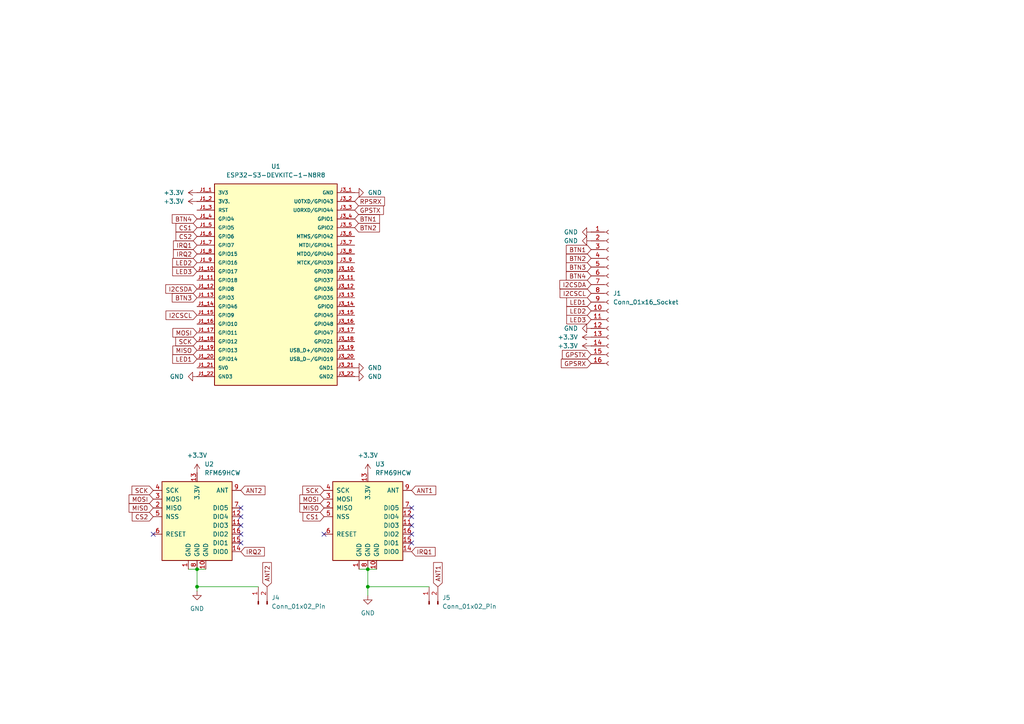
<source format=kicad_sch>
(kicad_sch (version 20250114) (generator "eeschema") (generator_version "9.0")
  (paper "A4")
  (lib_symbols
    (symbol "Connector:Conn_01x02_Pin" (pin_names (offset 1.016) (hide yes))
      (property "Reference" "J" (at 0 2.54 0))
      (property "Value" "Conn_01x02_Pin" (at 0 -5.08 0))
      (symbol "Conn_01x02_Pin_1_1"
        (rectangle (start 0.8636 0.127) (end 0 -0.127) (stroke (width 0.1524)) (fill (type outline)))
        (rectangle (start 0.8636 -2.413) (end 0 -2.667) (stroke (width 0.1524)) (fill (type outline)))
        (polyline (pts (xy 1.27 0) (xy 0.8636 0)) (stroke (width 0.1524)))
        (polyline (pts (xy 1.27 -2.54) (xy 0.8636 -2.54)) (stroke (width 0.1524)))
        (pin passive line (at 5.08 0 180) (length 3.81) (name "Pin_1") (number "1"))
        (pin passive line (at 5.08 -2.54 180) (length 3.81) (name "Pin_2") (number "2"))
      )
    )
    (symbol "Connector:Conn_01x16_Socket" (pin_names (offset 1.016) (hide yes))
      (property "Reference" "J" (at 0 20.32 0))
      (property "Value" "Conn_01x16_Socket" (at 0 -22.86 0))
      (symbol "Conn_01x16_Socket_1_1"
        (polyline (pts (xy -1.27 17.78) (xy -0.508 17.78)) (stroke (width 0.1524)))
        (polyline (pts (xy -1.27 15.24) (xy -0.508 15.24)) (stroke (width 0.1524)))
        (polyline (pts (xy -1.27 12.7) (xy -0.508 12.7)) (stroke (width 0.1524)))
        (polyline (pts (xy -1.27 10.16) (xy -0.508 10.16)) (stroke (width 0.1524)))
        (polyline (pts (xy -1.27 7.62) (xy -0.508 7.62)) (stroke (width 0.1524)))
        (polyline (pts (xy -1.27 5.08) (xy -0.508 5.08)) (stroke (width 0.1524)))
        (polyline (pts (xy -1.27 2.54) (xy -0.508 2.54)) (stroke (width 0.1524)))
        (polyline (pts (xy -1.27 0) (xy -0.508 0)) (stroke (width 0.1524)))
        (polyline (pts (xy -1.27 -2.54) (xy -0.508 -2.54)) (stroke (width 0.1524)))
        (polyline (pts (xy -1.27 -5.08) (xy -0.508 -5.08)) (stroke (width 0.1524)))
        (polyline (pts (xy -1.27 -7.62) (xy -0.508 -7.62)) (stroke (width 0.1524)))
        (polyline (pts (xy -1.27 -10.16) (xy -0.508 -10.16)) (stroke (width 0.1524)))
        (polyline (pts (xy -1.27 -12.7) (xy -0.508 -12.7)) (stroke (width 0.1524)))
        (polyline (pts (xy -1.27 -15.24) (xy -0.508 -15.24)) (stroke (width 0.1524)))
        (polyline (pts (xy -1.27 -17.78) (xy -0.508 -17.78)) (stroke (width 0.1524)))
        (polyline (pts (xy -1.27 -20.32) (xy -0.508 -20.32)) (stroke (width 0.1524)))
        (arc (start 0 17.272) (mid -0.5058 17.78) (end 0 18.288) (stroke (width 0.1524)))
        (arc (start 0 14.732) (mid -0.5058 15.24) (end 0 15.748) (stroke (width 0.1524)))
        (arc (start 0 12.192) (mid -0.5058 12.7) (end 0 13.208) (stroke (width 0.1524)))
        (arc (start 0 9.652) (mid -0.5058 10.16) (end 0 10.668) (stroke (width 0.1524)))
        (arc (start 0 7.112) (mid -0.5058 7.62) (end 0 8.128) (stroke (width 0.1524)))
        (arc (start 0 4.572) (mid -0.5058 5.08) (end 0 5.588) (stroke (width 0.1524)))
        (arc (start 0 2.032) (mid -0.5058 2.54) (end 0 3.048) (stroke (width 0.1524)))
        (arc (start 0 -0.508) (mid -0.5058 0) (end 0 0.508) (stroke (width 0.1524)))
        (arc (start 0 -3.048) (mid -0.5058 -2.54) (end 0 -2.032) (stroke (width 0.1524)))
        (arc (start 0 -5.588) (mid -0.5058 -5.08) (end 0 -4.572) (stroke (width 0.1524)))
        (arc (start 0 -8.128) (mid -0.5058 -7.62) (end 0 -7.112) (stroke (width 0.1524)))
        (arc (start 0 -10.668) (mid -0.5058 -10.16) (end 0 -9.652) (stroke (width 0.1524)))
        (arc (start 0 -13.208) (mid -0.5058 -12.7) (end 0 -12.192) (stroke (width 0.1524)))
        (arc (start 0 -15.748) (mid -0.5058 -15.24) (end 0 -14.732) (stroke (width 0.1524)))
        (arc (start 0 -18.288) (mid -0.5058 -17.78) (end 0 -17.272) (stroke (width 0.1524)))
        (arc (start 0 -20.828) (mid -0.5058 -20.32) (end 0 -19.812) (stroke (width 0.1524)))
        (pin passive line (at -5.08 17.78 0) (length 3.81) (name "Pin_1") (number "1"))
        (pin passive line (at -5.08 15.24 0) (length 3.81) (name "Pin_2") (number "2"))
        (pin passive line (at -5.08 12.7 0) (length 3.81) (name "Pin_3") (number "3"))
        (pin passive line (at -5.08 10.16 0) (length 3.81) (name "Pin_4") (number "4"))
        (pin passive line (at -5.08 7.62 0) (length 3.81) (name "Pin_5") (number "5"))
        (pin passive line (at -5.08 5.08 0) (length 3.81) (name "Pin_6") (number "6"))
        (pin passive line (at -5.08 2.54 0) (length 3.81) (name "Pin_7") (number "7"))
        (pin passive line (at -5.08 0 0) (length 3.81) (name "Pin_8") (number "8"))
        (pin passive line (at -5.08 -2.54 0) (length 3.81) (name "Pin_9") (number "9"))
        (pin passive line (at -5.08 -5.08 0) (length 3.81) (name "Pin_10") (number "10"))
        (pin passive line (at -5.08 -7.62 0) (length 3.81) (name "Pin_11") (number "11"))
        (pin passive line (at -5.08 -10.16 0) (length 3.81) (name "Pin_12") (number "12"))
        (pin passive line (at -5.08 -12.7 0) (length 3.81) (name "Pin_13") (number "13"))
        (pin passive line (at -5.08 -15.24 0) (length 3.81) (name "Pin_14") (number "14"))
        (pin passive line (at -5.08 -17.78 0) (length 3.81) (name "Pin_15") (number "15"))
        (pin passive line (at -5.08 -20.32 0) (length 3.81) (name "Pin_16") (number "16"))
      )
    )
    (symbol "ESP32-S3-DEVKITC-1-N8R8:ESP32-S3-DEVKITC-1-N8R8" (pin_names (offset 1.016))
      (property "Reference" "U" (at -17.78 35.56 0))
      (property "Value" "ESP32-S3-DEVKITC-1-N8R8" (at -17.78 -27.94 0))
      (symbol "ESP32-S3-DEVKITC-1-N8R8_0_0"
        (rectangle (start -17.78 -25.4) (end 17.78 33.02) (stroke (width 0.254)) (fill (type background)))
        (pin power_in line (at -22.86 30.48 0) (length 5.08) (name "3V3") (number "J1_1"))
        (pin power_in line (at -22.86 27.94 0) (length 5.08) (name "3V3.") (number "J1_2"))
        (pin input line (at -22.86 25.4 0) (length 5.08) (name "RST") (number "J1_3"))
        (pin bidirectional line (at -22.86 22.86 0) (length 5.08) (name "GPIO4") (number "J1_4"))
        (pin bidirectional line (at -22.86 20.32 0) (length 5.08) (name "GPIO5") (number "J1_5"))
        (pin bidirectional line (at -22.86 17.78 0) (length 5.08) (name "GPIO6") (number "J1_6"))
        (pin bidirectional line (at -22.86 15.24 0) (length 5.08) (name "GPIO7") (number "J1_7"))
        (pin bidirectional line (at -22.86 12.7 0) (length 5.08) (name "GPIO15") (number "J1_8"))
        (pin bidirectional line (at -22.86 10.16 0) (length 5.08) (name "GPIO16") (number "J1_9"))
        (pin bidirectional line (at -22.86 7.62 0) (length 5.08) (name "GPIO17") (number "J1_10"))
        (pin bidirectional line (at -22.86 5.08 0) (length 5.08) (name "GPIO18") (number "J1_11"))
        (pin bidirectional line (at -22.86 2.54 0) (length 5.08) (name "GPIO8") (number "J1_12"))
        (pin bidirectional line (at -22.86 0 0) (length 5.08) (name "GPIO3") (number "J1_13"))
        (pin bidirectional line (at -22.86 -2.54 0) (length 5.08) (name "GPIO46") (number "J1_14"))
        (pin bidirectional line (at -22.86 -5.08 0) (length 5.08) (name "GPIO9") (number "J1_15"))
        (pin bidirectional line (at -22.86 -7.62 0) (length 5.08) (name "GPIO10") (number "J1_16"))
        (pin bidirectional line (at -22.86 -10.16 0) (length 5.08) (name "GPIO11") (number "J1_17"))
        (pin bidirectional line (at -22.86 -12.7 0) (length 5.08) (name "GPIO12") (number "J1_18"))
        (pin bidirectional line (at -22.86 -15.24 0) (length 5.08) (name "GPIO13") (number "J1_19"))
        (pin bidirectional line (at -22.86 -17.78 0) (length 5.08) (name "GPIO14") (number "J1_20"))
        (pin power_in line (at -22.86 -20.32 0) (length 5.08) (name "5V0") (number "J1_21"))
        (pin power_in line (at -22.86 -22.86 0) (length 5.08) (name "GND3") (number "J1_22"))
        (pin power_in line (at 22.86 30.48 180) (length 5.08) (name "GND") (number "J3_1"))
        (pin bidirectional line (at 22.86 27.94 180) (length 5.08) (name "U0TXD/GPIO43") (number "J3_2"))
        (pin bidirectional line (at 22.86 25.4 180) (length 5.08) (name "U0RXD/GPIO44") (number "J3_3"))
        (pin bidirectional line (at 22.86 22.86 180) (length 5.08) (name "GPIO1") (number "J3_4"))
        (pin bidirectional line (at 22.86 20.32 180) (length 5.08) (name "GPIO2") (number "J3_5"))
        (pin bidirectional line (at 22.86 17.78 180) (length 5.08) (name "MTMS/GPIO42") (number "J3_6"))
        (pin bidirectional line (at 22.86 15.24 180) (length 5.08) (name "MTDI/GPIO41") (number "J3_7"))
        (pin bidirectional line (at 22.86 12.7 180) (length 5.08) (name "MTDO/GPIO40") (number "J3_8"))
        (pin bidirectional line (at 22.86 10.16 180) (length 5.08) (name "MTCK/GPIO39") (number "J3_9"))
        (pin bidirectional line (at 22.86 7.62 180) (length 5.08) (name "GPIO38") (number "J3_10"))
        (pin bidirectional line (at 22.86 5.08 180) (length 5.08) (name "GPIO37") (number "J3_11"))
        (pin bidirectional line (at 22.86 2.54 180) (length 5.08) (name "GPIO36") (number "J3_12"))
        (pin bidirectional line (at 22.86 0 180) (length 5.08) (name "GPIO35") (number "J3_13"))
        (pin bidirectional line (at 22.86 -2.54 180) (length 5.08) (name "GPIO0") (number "J3_14"))
        (pin bidirectional line (at 22.86 -5.08 180) (length 5.08) (name "GPIO45") (number "J3_15"))
        (pin bidirectional line (at 22.86 -7.62 180) (length 5.08) (name "GPIO48") (number "J3_16"))
        (pin bidirectional line (at 22.86 -10.16 180) (length 5.08) (name "GPIO47") (number "J3_17"))
        (pin bidirectional line (at 22.86 -12.7 180) (length 5.08) (name "GPIO21") (number "J3_18"))
        (pin bidirectional line (at 22.86 -15.24 180) (length 5.08) (name "USB_D+/GPIO20") (number "J3_19"))
        (pin bidirectional line (at 22.86 -17.78 180) (length 5.08) (name "USB_D-/GPIO19") (number "J3_20"))
        (pin power_in line (at 22.86 -20.32 180) (length 5.08) (name "GND1") (number "J3_21"))
        (pin power_in line (at 22.86 -22.86 180) (length 5.08) (name "GND2") (number "J3_22"))
      )
    )
    (symbol "RF_Module:RFM69HCW" (pin_names (offset 1.016))
      (property "Reference" "U" (at -10.414 11.684 0))
      (property "Value" "RFM69HCW" (at 1.524 11.43 0))
      (symbol "RFM69HCW_0_1"
        (rectangle (start -10.16 10.16) (end 10.16 -12.7) (stroke (width 0.254)) (fill (type background)))
      )
      (symbol "RFM69HCW_1_1"
        (pin input line (at -12.7 7.62 0) (length 2.54) (name "SCK") (number "4"))
        (pin input line (at -12.7 5.08 0) (length 2.54) (name "MOSI") (number "3"))
        (pin output line (at -12.7 2.54 0) (length 2.54) (name "MISO") (number "2"))
        (pin input line (at -12.7 0 0) (length 2.54) (name "NSS") (number "5"))
        (pin bidirectional line (at -12.7 -5.08 0) (length 2.54) (name "RESET") (number "6"))
        (pin power_in line (at -2.54 -15.24 90) (length 2.54) (name "GND") (number "1"))
        (pin power_in line (at 0 12.7 270) (length 2.54) (name "3.3V") (number "13"))
        (pin power_in line (at 0 -15.24 90) (length 2.54) (name "GND") (number "8"))
        (pin power_in line (at 2.54 -15.24 90) (length 2.54) (name "GND") (number "10"))
        (pin bidirectional line (at 12.7 7.62 180) (length 2.54) (name "ANT") (number "9"))
        (pin bidirectional line (at 12.7 2.54 180) (length 2.54) (name "DIO5") (number "7"))
        (pin bidirectional line (at 12.7 0 180) (length 2.54) (name "DIO4") (number "12"))
        (pin bidirectional line (at 12.7 -2.54 180) (length 2.54) (name "DIO3") (number "11"))
        (pin bidirectional line (at 12.7 -5.08 180) (length 2.54) (name "DIO2") (number "16"))
        (pin bidirectional line (at 12.7 -7.62 180) (length 2.54) (name "DIO1") (number "15"))
        (pin bidirectional line (at 12.7 -10.16 180) (length 2.54) (name "DIO0") (number "14"))
      )
    )
    (symbol "power:+3.3V" (power) (pin_numbers (hide yes)) (pin_names (offset 0) (hide yes))
      (property "Value" "+3.3V" (at 0 3.556 0))
      (symbol "+3.3V_0_1"
        (polyline (pts (xy -0.762 1.27) (xy 0 2.54)))
        (polyline (pts (xy 0 2.54) (xy 0.762 1.27)))
        (polyline (pts (xy 0 0) (xy 0 2.54)))
      )
      (symbol "+3.3V_1_1"
        (pin power_in line (at 0 0 90) (length 0) (name "~") (number "1"))
      )
    )
    (symbol "power:GND" (power) (pin_numbers (hide yes)) (pin_names (offset 0) (hide yes))
      (property "Value" "GND" (at 0 -3.81 0))
      (symbol "GND_0_1"
        (polyline (pts (xy 0 0) (xy 0 -1.27) (xy 1.27 -1.27) (xy 0 -2.54) (xy -1.27 -1.27) (xy 0 -1.27)))
      )
      (symbol "GND_1_1"
        (pin power_in line (at 0 0 270) (length 0) (name "~") (number "1"))
      )
    )
  )
  (junction (at 57.15 165.1))
  (junction (at 106.68 165.1))
  (junction (at 106.68 170.18))
  (junction (at 57.15 170.18))
  (no_connect (at 69.85 154.94))
  (no_connect (at 69.85 147.32))
  (no_connect (at 119.38 154.94))
  (no_connect (at 119.38 149.86))
  (no_connect (at 119.38 152.4))
  (no_connect (at 44.45 154.94))
  (no_connect (at 119.38 157.48))
  (no_connect (at 69.85 152.4))
  (no_connect (at 69.85 157.48))
  (no_connect (at 119.38 147.32))
  (no_connect (at 93.98 154.94))
  (no_connect (at 69.85 149.86))
  (wire (pts (xy 57.15 165.1) (xy 57.15 170.18)))
  (wire (pts (xy 106.68 165.1) (xy 109.22 165.1)))
  (wire (pts (xy 57.15 170.18) (xy 57.15 171.45)))
  (wire (pts (xy 57.15 170.18) (xy 74.93 170.18)))
  (wire (pts (xy 104.14 165.1) (xy 106.68 165.1)))
  (wire (pts (xy 106.68 170.18) (xy 124.46 170.18)))
  (wire (pts (xy 106.68 170.18) (xy 106.68 172.72)))
  (wire (pts (xy 57.15 165.1) (xy 59.69 165.1)))
  (wire (pts (xy 54.61 165.1) (xy 57.15 165.1)))
  (wire (pts (xy 106.68 165.1) (xy 106.68 170.18)))
  (global_label "RPSRX" (shape input) (at 102.87 58.42 0) (property "Intersheetrefs" "${INTERSHEET_REFS}" (effects (hide yes))))
  (global_label "LED2" (shape input) (at 57.15 76.2 180) (property "Intersheetrefs" "${INTERSHEET_REFS}" (effects (hide yes))))
  (global_label "GPSRX" (shape input) (at 171.45 105.41 180) (property "Intersheetrefs" "${INTERSHEET_REFS}" (effects (hide yes))))
  (global_label "ANT2" (shape input) (at 69.85 142.24 0) (property "Intersheetrefs" "${INTERSHEET_REFS}" (effects (hide yes))))
  (global_label "IRQ2" (shape input) (at 57.15 73.66 180) (property "Intersheetrefs" "${INTERSHEET_REFS}" (effects (hide yes))))
  (global_label "I2CSCL" (shape input) (at 57.15 91.44 180) (property "Intersheetrefs" "${INTERSHEET_REFS}" (effects (hide yes))))
  (global_label "MISO" (shape input) (at 93.98 147.32 180) (property "Intersheetrefs" "${INTERSHEET_REFS}" (effects (hide yes))))
  (global_label "IRQ2" (shape input) (at 69.85 160.02 0) (property "Intersheetrefs" "${INTERSHEET_REFS}" (effects (hide yes))))
  (global_label "LED3" (shape input) (at 57.15 78.74 180) (property "Intersheetrefs" "${INTERSHEET_REFS}" (effects (hide yes))))
  (global_label "MISO" (shape input) (at 57.15 101.6 180) (property "Intersheetrefs" "${INTERSHEET_REFS}" (effects (hide yes))))
  (global_label "BTN4" (shape input) (at 57.15 63.5 180) (property "Intersheetrefs" "${INTERSHEET_REFS}" (effects (hide yes))))
  (global_label "LED2" (shape input) (at 171.45 90.17 180) (property "Intersheetrefs" "${INTERSHEET_REFS}" (effects (hide yes))))
  (global_label "CS2" (shape input) (at 57.15 68.58 180) (property "Intersheetrefs" "${INTERSHEET_REFS}" (effects (hide yes))))
  (global_label "MOSI" (shape input) (at 93.98 144.78 180) (property "Intersheetrefs" "${INTERSHEET_REFS}" (effects (hide yes))))
  (global_label "ANT1" (shape input) (at 119.38 142.24 0) (property "Intersheetrefs" "${INTERSHEET_REFS}" (effects (hide yes))))
  (global_label "BTN4" (shape input) (at 171.45 80.01 180) (property "Intersheetrefs" "${INTERSHEET_REFS}" (effects (hide yes))))
  (global_label "MOSI" (shape input) (at 57.15 96.52 180) (property "Intersheetrefs" "${INTERSHEET_REFS}" (effects (hide yes))))
  (global_label "IRQ1" (shape input) (at 119.38 160.02 0) (property "Intersheetrefs" "${INTERSHEET_REFS}" (effects (hide yes))))
  (global_label "MISO" (shape input) (at 44.45 147.32 180) (property "Intersheetrefs" "${INTERSHEET_REFS}" (effects (hide yes))))
  (global_label "BTN1" (shape input) (at 102.87 63.5 0) (property "Intersheetrefs" "${INTERSHEET_REFS}" (effects (hide yes))))
  (global_label "ANT1" (shape input) (at 127 170.18 90) (property "Intersheetrefs" "${INTERSHEET_REFS}" (effects (hide yes))))
  (global_label "SCK" (shape input) (at 93.98 142.24 180) (property "Intersheetrefs" "${INTERSHEET_REFS}" (effects (hide yes))))
  (global_label "BTN3" (shape input) (at 171.45 77.47 180) (property "Intersheetrefs" "${INTERSHEET_REFS}" (effects (hide yes))))
  (global_label "MOSI" (shape input) (at 44.45 144.78 180) (property "Intersheetrefs" "${INTERSHEET_REFS}" (effects (hide yes))))
  (global_label "SCK" (shape input) (at 57.15 99.06 180) (property "Intersheetrefs" "${INTERSHEET_REFS}" (effects (hide yes))))
  (global_label "LED1" (shape input) (at 171.45 87.63 180) (property "Intersheetrefs" "${INTERSHEET_REFS}" (effects (hide yes))))
  (global_label "CS2" (shape input) (at 44.45 149.86 180) (property "Intersheetrefs" "${INTERSHEET_REFS}" (effects (hide yes))))
  (global_label "BTN1" (shape input) (at 171.45 72.39 180) (property "Intersheetrefs" "${INTERSHEET_REFS}" (effects (hide yes))))
  (global_label "I2CSDA" (shape input) (at 57.15 83.82 180) (property "Intersheetrefs" "${INTERSHEET_REFS}" (effects (hide yes))))
  (global_label "IRQ1" (shape input) (at 57.15 71.12 180) (property "Intersheetrefs" "${INTERSHEET_REFS}" (effects (hide yes))))
  (global_label "CS1" (shape input) (at 57.15 66.04 180) (property "Intersheetrefs" "${INTERSHEET_REFS}" (effects (hide yes))))
  (global_label "BTN2" (shape input) (at 102.87 66.04 0) (property "Intersheetrefs" "${INTERSHEET_REFS}" (effects (hide yes))))
  (global_label "CS1" (shape input) (at 93.98 149.86 180) (property "Intersheetrefs" "${INTERSHEET_REFS}" (effects (hide yes))))
  (global_label "I2CSCL" (shape input) (at 171.45 85.09 180) (property "Intersheetrefs" "${INTERSHEET_REFS}" (effects (hide yes))))
  (global_label "I2CSDA" (shape input) (at 171.45 82.55 180) (property "Intersheetrefs" "${INTERSHEET_REFS}" (effects (hide yes))))
  (global_label "GPSTX" (shape input) (at 171.45 102.87 180) (property "Intersheetrefs" "${INTERSHEET_REFS}" (effects (hide yes))))
  (global_label "BTN2" (shape input) (at 171.45 74.93 180) (property "Intersheetrefs" "${INTERSHEET_REFS}" (effects (hide yes))))
  (global_label "ANT2" (shape input) (at 77.47 170.18 90) (property "Intersheetrefs" "${INTERSHEET_REFS}" (effects (hide yes))))
  (global_label "LED3" (shape input) (at 171.45 92.71 180) (property "Intersheetrefs" "${INTERSHEET_REFS}" (effects (hide yes))))
  (global_label "BTN3" (shape input) (at 57.15 86.36 180) (property "Intersheetrefs" "${INTERSHEET_REFS}" (effects (hide yes))))
  (global_label "SCK" (shape input) (at 44.45 142.24 180) (property "Intersheetrefs" "${INTERSHEET_REFS}" (effects (hide yes))))
  (global_label "LED1" (shape input) (at 57.15 104.14 180) (property "Intersheetrefs" "${INTERSHEET_REFS}" (effects (hide yes))))
  (global_label "GPSTX" (shape input) (at 102.87 60.96 0) (property "Intersheetrefs" "${INTERSHEET_REFS}" (effects (hide yes))))
  (symbol (lib_id "Connector:Conn_01x16_Socket") (at 176.53 85.09 0) (unit 1)
    (property "Reference" "J1" (at 177.8 85.0899 0) (effects (justify left)))
    (property "Value" "Conn_01x16_Socket" (at 177.8 87.6299 0) (effects (justify left)))
    (property "Footprint" "Connector_PinSocket_2.54mm:PinSocket_1x16_P2.54mm_Vertical" (effects (hide yes)))
    (property "Description" "Generic connector, single row, 01x16, script generated" (effects (hide yes)))
  )
  (symbol (lib_id "power:+3.3V") (at 57.15 137.16 0) (unit 1)
    (property "Reference" "#PWR011" (effects (hide yes)))
    (property "Value" "+3.3V" (at 57.15 132.08 0))
    (property "Description" "Power symbol creates a global label with name \"+3.3V\"" (effects (hide yes)))
  )
  (symbol (lib_id "power:GND") (at 102.87 106.68 90) (unit 1)
    (property "Reference" "#PWR04" (effects (hide yes)))
    (property "Value" "GND" (at 106.68 106.6799 90) (effects (justify right)))
    (property "Description" "Power symbol creates a global label with name \"GND\" , ground" (effects (hide yes)))
  )
  (symbol (lib_id "power:+3.3V") (at 57.15 55.88 90) (unit 1)
    (property "Reference" "#PWR07" (effects (hide yes)))
    (property "Value" "+3.3V" (at 53.34 55.8799 90) (effects (justify left)))
    (property "Description" "Power symbol creates a global label with name \"+3.3V\"" (effects (hide yes)))
  )
  (symbol (lib_id "Connector:Conn_01x02_Pin") (at 74.93 175.26 90) (unit 1)
    (property "Reference" "J4" (at 78.74 173.3549 90) (effects (justify right)))
    (property "Value" "Conn_01x02_Pin" (at 78.74 175.8949 90) (effects (justify right)))
    (property "Footprint" "Connector_PinHeader_2.54mm:PinHeader_1x02_P2.54mm_Vertical" (effects (hide yes)))
    (property "Description" "Generic connector, single row, 01x02, script generated" (effects (hide yes)))
  )
  (symbol (lib_id "RF_Module:RFM69HCW") (at 106.68 149.86 0) (unit 1)
    (property "Reference" "U3" (at 108.8233 134.62 0) (effects (justify left)))
    (property "Value" "RFM69HCW" (at 108.8233 137.16 0) (effects (justify left)))
    (property "Footprint" "RF_Module:HOPERF_RFM9XW_SMD" (effects (hide yes)))
    (property "Datasheet" "https://www.hoperf.com/data/upload/portal/20181127/5bfcb8284d838.pdf" (effects (hide yes)))
    (property "Description" "Low power ISM Radio Transceiver Module, SPI interface, AES encryption, 434 or 915 MHz, up to 100mW, up to 300 kb/s, SMD-16, DIP-16" (effects (hide yes)))
  )
  (symbol (lib_id "power:GND") (at 171.45 95.25 270) (unit 1)
    (property "Reference" "#PWR015" (effects (hide yes)))
    (property "Value" "GND" (at 167.64 95.2499 90) (effects (justify right)))
    (property "Description" "Power symbol creates a global label with name \"GND\" , ground" (effects (hide yes)))
  )
  (symbol (lib_id "power:+3.3V") (at 171.45 97.79 90) (unit 1)
    (property "Reference" "#PWR013" (effects (hide yes)))
    (property "Value" "+3.3V" (at 167.64 97.7899 90) (effects (justify left)))
    (property "Description" "Power symbol creates a global label with name \"+3.3V\"" (effects (hide yes)))
  )
  (symbol (lib_id "power:+3.3V") (at 106.68 137.16 0) (unit 1)
    (property "Reference" "#PWR012" (effects (hide yes)))
    (property "Value" "+3.3V" (at 106.68 132.08 0))
    (property "Description" "Power symbol creates a global label with name \"+3.3V\"" (effects (hide yes)))
  )
  (symbol (lib_id "ESP32-S3-DEVKITC-1-N8R8:ESP32-S3-DEVKITC-1-N8R8") (at 80.01 86.36 0) (unit 1)
    (property "Reference" "U1" (at 80.01 48.26 0))
    (property "Value" "ESP32-S3-DEVKITC-1-N8R8" (at 80.01 50.8 0))
    (property "Footprint" "footprints:ESP32-S3-DEVKITC-1-N8R8" (effects (hide yes)))
    (property "MF" "Espressif Systems" (effects (hide yes)))
    (property "Description_1" "The ESP32-S3-DEVKITC-1-N8R8 from Espressif Systems is a development board designed for RF, RFID, and wireless applications. It supports 802.11 b/g/n Wi-Fi and Bluetooth® 5.x (BLE) connectivity at 2.4GHz, making it ideal for IoT and wireless communication projects. This board is powered by the ESP32-S3-WROOM-1-N8R8 module, which features 8MB Quad SPI Flash and 8MB Octal SPI for efficient memory storage and processing." (effects (hide yes)))
    (property "Package" "None" (effects (hide yes)))
    (property "Price" "None" (effects (hide yes)))
    (property "SnapEDA_Link" "https://www.snapeda.com/parts/ESP32-S3-DEVKITC-1-N8R8/Espressif+Systems/view-part/?ref=snap" (effects (hide yes)))
    (property "MP" "ESP32-S3-DEVKITC-1-N8R8" (effects (hide yes)))
    (property "Availability" "In Stock" (effects (hide yes)))
    (property "Check_prices" "https://www.snapeda.com/parts/ESP32-S3-DEVKITC-1-N8R8/Espressif+Systems/view-part/?ref=eda" (effects (hide yes)))
  )
  (symbol (lib_id "power:GND") (at 171.45 69.85 270) (unit 1)
    (property "Reference" "#PWR014" (effects (hide yes)))
    (property "Value" "GND" (at 167.64 69.8499 90) (effects (justify right)))
    (property "Description" "Power symbol creates a global label with name \"GND\" , ground" (effects (hide yes)))
  )
  (symbol (lib_id "power:GND") (at 102.87 55.88 90) (unit 1)
    (property "Reference" "#PWR03" (effects (hide yes)))
    (property "Value" "GND" (at 106.68 55.8799 90) (effects (justify right)))
    (property "Description" "Power symbol creates a global label with name \"GND\" , ground" (effects (hide yes)))
  )
  (symbol (lib_id "Connector:Conn_01x02_Pin") (at 124.46 175.26 90) (unit 1)
    (property "Reference" "J5" (at 128.27 173.3549 90) (effects (justify right)))
    (property "Value" "Conn_01x02_Pin" (at 128.27 175.8949 90) (effects (justify right)))
    (property "Footprint" "Connector_PinHeader_2.54mm:PinHeader_1x02_P2.54mm_Vertical" (effects (hide yes)))
    (property "Description" "Generic connector, single row, 01x02, script generated" (effects (hide yes)))
  )
  (symbol (lib_id "power:GND") (at 57.15 109.22 270) (unit 1)
    (property "Reference" "#PWR06" (effects (hide yes)))
    (property "Value" "GND" (at 53.34 109.2199 90) (effects (justify right)))
    (property "Description" "Power symbol creates a global label with name \"GND\" , ground" (effects (hide yes)))
  )
  (symbol (lib_id "power:+3.3V") (at 171.45 100.33 90) (unit 1)
    (property "Reference" "#PWR02" (effects (hide yes)))
    (property "Value" "+3.3V" (at 167.64 100.3299 90) (effects (justify left)))
    (property "Description" "Power symbol creates a global label with name \"+3.3V\"" (effects (hide yes)))
  )
  (symbol (lib_id "power:GND") (at 102.87 109.22 90) (unit 1)
    (property "Reference" "#PWR05" (effects (hide yes)))
    (property "Value" "GND" (at 106.68 109.2199 90) (effects (justify right)))
    (property "Description" "Power symbol creates a global label with name \"GND\" , ground" (effects (hide yes)))
  )
  (symbol (lib_id "power:GND") (at 171.45 67.31 270) (unit 1)
    (property "Reference" "#PWR01" (effects (hide yes)))
    (property "Value" "GND" (at 167.64 67.3099 90) (effects (justify right)))
    (property "Description" "Power symbol creates a global label with name \"GND\" , ground" (effects (hide yes)))
  )
  (symbol (lib_id "power:GND") (at 106.68 172.72 0) (unit 1)
    (property "Reference" "#PWR010" (effects (hide yes)))
    (property "Value" "GND" (at 106.68 177.8 0))
    (property "Description" "Power symbol creates a global label with name \"GND\" , ground" (effects (hide yes)))
  )
  (symbol (lib_id "power:GND") (at 57.15 171.45 0) (unit 1)
    (property "Reference" "#PWR09" (effects (hide yes)))
    (property "Value" "GND" (at 57.15 176.53 0))
    (property "Description" "Power symbol creates a global label with name \"GND\" , ground" (effects (hide yes)))
  )
  (symbol (lib_id "power:+3.3V") (at 57.15 58.42 90) (unit 1)
    (property "Reference" "#PWR08" (effects (hide yes)))
    (property "Value" "+3.3V" (at 53.34 58.4199 90) (effects (justify left)))
    (property "Description" "Power symbol creates a global label with name \"+3.3V\"" (effects (hide yes)))
  )
  (symbol (lib_id "RF_Module:RFM69HCW") (at 57.15 149.86 0) (unit 1)
    (property "Reference" "U2" (at 59.2933 134.62 0) (effects (justify left)))
    (property "Value" "RFM69HCW" (at 59.2933 137.16 0) (effects (justify left)))
    (property "Footprint" "RF_Module:HOPERF_RFM9XW_SMD" (effects (hide yes)))
    (property "Datasheet" "https://www.hoperf.com/data/upload/portal/20181127/5bfcb8284d838.pdf" (effects (hide yes)))
    (property "Description" "Low power ISM Radio Transceiver Module, SPI interface, AES encryption, 434 or 915 MHz, up to 100mW, up to 300 kb/s, SMD-16, DIP-16" (effects (hide yes)))
  )
)
</source>
